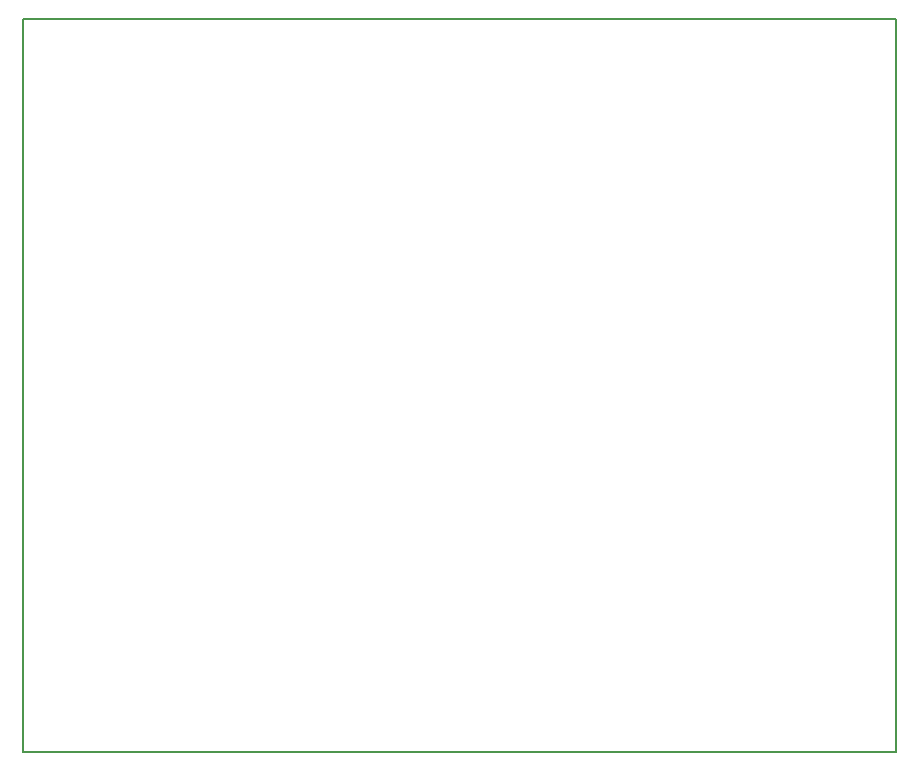
<source format=gbr>
%TF.GenerationSoftware,KiCad,Pcbnew,(7.0.0-0)*%
%TF.CreationDate,2023-11-03T17:37:49+01:00*%
%TF.ProjectId,ExternalAdapter,45787465-726e-4616-9c41-646170746572,1.0*%
%TF.SameCoordinates,Original*%
%TF.FileFunction,Profile,NP*%
%FSLAX46Y46*%
G04 Gerber Fmt 4.6, Leading zero omitted, Abs format (unit mm)*
G04 Created by KiCad (PCBNEW (7.0.0-0)) date 2023-11-03 17:37:49*
%MOMM*%
%LPD*%
G01*
G04 APERTURE LIST*
%TA.AperFunction,Profile*%
%ADD10C,0.200000*%
%TD*%
G04 APERTURE END LIST*
D10*
X104521000Y-18161000D02*
X30607000Y-18161000D01*
X30607000Y-18161000D02*
X30607000Y-80264000D01*
X30607000Y-80264000D02*
X104521000Y-80264000D01*
X104521000Y-80264000D02*
X104521000Y-18161000D01*
M02*

</source>
